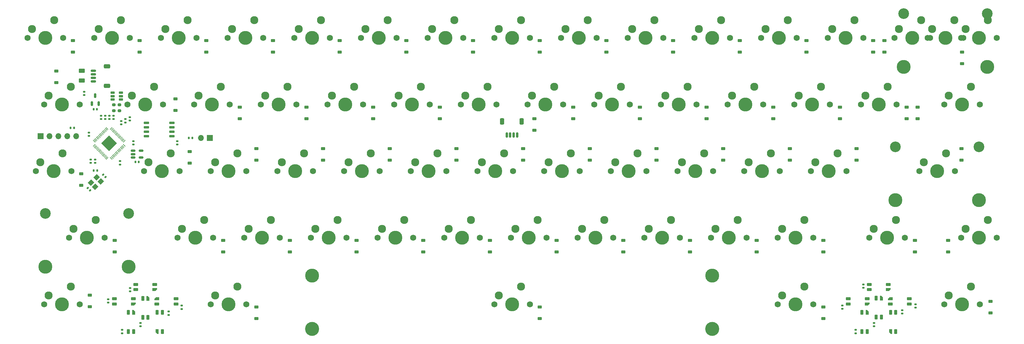
<source format=gbs>
%TF.GenerationSoftware,KiCad,Pcbnew,(7.0.0-0)*%
%TF.CreationDate,2023-06-04T17:02:28-07:00*%
%TF.ProjectId,popstar_plateless,706f7073-7461-4725-9f70-6c6174656c65,rev?*%
%TF.SameCoordinates,Original*%
%TF.FileFunction,Soldermask,Bot*%
%TF.FilePolarity,Negative*%
%FSLAX46Y46*%
G04 Gerber Fmt 4.6, Leading zero omitted, Abs format (unit mm)*
G04 Created by KiCad (PCBNEW (7.0.0-0)) date 2023-06-04 17:02:28*
%MOMM*%
%LPD*%
G01*
G04 APERTURE LIST*
G04 Aperture macros list*
%AMRoundRect*
0 Rectangle with rounded corners*
0 $1 Rounding radius*
0 $2 $3 $4 $5 $6 $7 $8 $9 X,Y pos of 4 corners*
0 Add a 4 corners polygon primitive as box body*
4,1,4,$2,$3,$4,$5,$6,$7,$8,$9,$2,$3,0*
0 Add four circle primitives for the rounded corners*
1,1,$1+$1,$2,$3*
1,1,$1+$1,$4,$5*
1,1,$1+$1,$6,$7*
1,1,$1+$1,$8,$9*
0 Add four rect primitives between the rounded corners*
20,1,$1+$1,$2,$3,$4,$5,0*
20,1,$1+$1,$4,$5,$6,$7,0*
20,1,$1+$1,$6,$7,$8,$9,0*
20,1,$1+$1,$8,$9,$2,$3,0*%
%AMRotRect*
0 Rectangle, with rotation*
0 The origin of the aperture is its center*
0 $1 length*
0 $2 width*
0 $3 Rotation angle, in degrees counterclockwise*
0 Add horizontal line*
21,1,$1,$2,0,0,$3*%
%AMFreePoly0*
4,1,18,-0.410000,0.593000,-0.403758,0.624380,-0.385983,0.650983,-0.359380,0.668758,-0.328000,0.675000,0.328000,0.675000,0.359380,0.668758,0.385983,0.650983,0.403758,0.624380,0.410000,0.593000,0.410000,-0.593000,0.403758,-0.624380,0.385983,-0.650983,0.359380,-0.668758,0.328000,-0.675000,0.000000,-0.675000,-0.410000,-0.265000,-0.410000,0.593000,-0.410000,0.593000,$1*%
G04 Aperture macros list end*
%ADD10C,1.750000*%
%ADD11C,3.987800*%
%ADD12C,2.300000*%
%ADD13C,3.048000*%
%ADD14C,4.000000*%
%ADD15RoundRect,0.140000X0.170000X-0.140000X0.170000X0.140000X-0.170000X0.140000X-0.170000X-0.140000X0*%
%ADD16RoundRect,0.140000X0.219203X0.021213X0.021213X0.219203X-0.219203X-0.021213X-0.021213X-0.219203X0*%
%ADD17R,1.700000X1.700000*%
%ADD18O,1.700000X1.700000*%
%ADD19RoundRect,0.225000X0.375000X-0.225000X0.375000X0.225000X-0.375000X0.225000X-0.375000X-0.225000X0*%
%ADD20RoundRect,0.150000X-0.650000X-0.150000X0.650000X-0.150000X0.650000X0.150000X-0.650000X0.150000X0*%
%ADD21RoundRect,0.200000X-0.275000X0.200000X-0.275000X-0.200000X0.275000X-0.200000X0.275000X0.200000X0*%
%ADD22RoundRect,0.150000X-0.150000X-0.625000X0.150000X-0.625000X0.150000X0.625000X-0.150000X0.625000X0*%
%ADD23RoundRect,0.250000X-0.350000X-0.650000X0.350000X-0.650000X0.350000X0.650000X-0.350000X0.650000X0*%
%ADD24RoundRect,0.140000X-0.170000X0.140000X-0.170000X-0.140000X0.170000X-0.140000X0.170000X0.140000X0*%
%ADD25RoundRect,0.050000X0.309359X-0.238649X-0.238649X0.309359X-0.309359X0.238649X0.238649X-0.309359X0*%
%ADD26RoundRect,0.050000X0.309359X0.238649X0.238649X0.309359X-0.309359X-0.238649X-0.238649X-0.309359X0*%
%ADD27RoundRect,0.144000X2.059095X0.000000X0.000000X2.059095X-2.059095X0.000000X0.000000X-2.059095X0*%
%ADD28RoundRect,0.150000X0.150000X-0.512500X0.150000X0.512500X-0.150000X0.512500X-0.150000X-0.512500X0*%
%ADD29RoundRect,0.082000X0.593000X-0.328000X0.593000X0.328000X-0.593000X0.328000X-0.593000X-0.328000X0*%
%ADD30FreePoly0,90.000000*%
%ADD31RoundRect,0.250000X-0.625000X0.375000X-0.625000X-0.375000X0.625000X-0.375000X0.625000X0.375000X0*%
%ADD32RoundRect,0.135000X-0.135000X-0.185000X0.135000X-0.185000X0.135000X0.185000X-0.135000X0.185000X0*%
%ADD33RoundRect,0.150000X-0.625000X0.150000X-0.625000X-0.150000X0.625000X-0.150000X0.625000X0.150000X0*%
%ADD34RoundRect,0.250000X-0.650000X0.350000X-0.650000X-0.350000X0.650000X-0.350000X0.650000X0.350000X0*%
%ADD35RoundRect,0.082000X-0.328000X-0.593000X0.328000X-0.593000X0.328000X0.593000X-0.328000X0.593000X0*%
%ADD36FreePoly0,0.000000*%
%ADD37RoundRect,0.082000X-0.593000X0.328000X-0.593000X-0.328000X0.593000X-0.328000X0.593000X0.328000X0*%
%ADD38FreePoly0,270.000000*%
%ADD39RoundRect,0.140000X-0.140000X-0.170000X0.140000X-0.170000X0.140000X0.170000X-0.140000X0.170000X0*%
%ADD40RoundRect,0.082000X0.328000X0.593000X-0.328000X0.593000X-0.328000X-0.593000X0.328000X-0.593000X0*%
%ADD41FreePoly0,180.000000*%
%ADD42RotRect,1.400000X1.200000X45.000000*%
%ADD43RoundRect,0.140000X0.140000X0.170000X-0.140000X0.170000X-0.140000X-0.170000X0.140000X-0.170000X0*%
%ADD44RoundRect,0.140000X-0.219203X-0.021213X-0.021213X-0.219203X0.219203X0.021213X0.021213X0.219203X0*%
%ADD45RoundRect,0.135000X0.135000X0.185000X-0.135000X0.185000X-0.135000X-0.185000X0.135000X-0.185000X0*%
%ADD46RoundRect,0.150000X0.475000X0.150000X-0.475000X0.150000X-0.475000X-0.150000X0.475000X-0.150000X0*%
%ADD47RoundRect,0.150000X-0.512500X-0.150000X0.512500X-0.150000X0.512500X0.150000X-0.512500X0.150000X0*%
G04 APERTURE END LIST*
D10*
%TO.C,SW15*%
X293370000Y-41275000D03*
D11*
X298450000Y-41275000D03*
D10*
X303530000Y-41275000D03*
D12*
X294640000Y-38735000D03*
X300990000Y-36195000D03*
%TD*%
D10*
%TO.C,SW22*%
X140970000Y-60325000D03*
D11*
X146050000Y-60325000D03*
D10*
X151130000Y-60325000D03*
D12*
X142240000Y-57785000D03*
X148590000Y-55245000D03*
%TD*%
D13*
%TO.C,S1*%
X286543750Y-34290000D03*
D11*
X286543750Y-49530000D03*
D13*
X310356250Y-34290000D03*
D11*
X310356250Y-49530000D03*
%TD*%
D10*
%TO.C,SW55*%
X302895000Y-98425000D03*
D11*
X307975000Y-98425000D03*
D10*
X313055000Y-98425000D03*
D12*
X304165000Y-95885000D03*
X310515000Y-93345000D03*
%TD*%
D10*
%TO.C,SW29*%
X274320000Y-60325000D03*
D11*
X279400000Y-60325000D03*
D10*
X284480000Y-60325000D03*
D12*
X275590000Y-57785000D03*
X281940000Y-55245000D03*
%TD*%
D10*
%TO.C,SW33*%
X107632500Y-79375000D03*
D11*
X112712500Y-79375000D03*
D10*
X117792500Y-79375000D03*
D12*
X108902500Y-76835000D03*
X115252500Y-74295000D03*
%TD*%
D10*
%TO.C,SW25*%
X198120000Y-60325000D03*
D11*
X203200000Y-60325000D03*
D10*
X208280000Y-60325000D03*
D12*
X199390000Y-57785000D03*
X205740000Y-55245000D03*
%TD*%
D10*
%TO.C,SW53*%
X250507500Y-98425000D03*
D11*
X255587500Y-98425000D03*
D10*
X260667500Y-98425000D03*
D12*
X251777500Y-95885000D03*
X258127500Y-93345000D03*
%TD*%
D10*
%TO.C,SW17*%
X40957500Y-60325000D03*
D11*
X46037500Y-60325000D03*
D10*
X51117500Y-60325000D03*
D12*
X42227500Y-57785000D03*
X48577500Y-55245000D03*
%TD*%
D10*
%TO.C,SW41*%
X260032500Y-79375000D03*
D11*
X265112500Y-79375000D03*
D10*
X270192500Y-79375000D03*
D12*
X261302500Y-76835000D03*
X267652500Y-74295000D03*
%TD*%
D13*
%TO.C,S2*%
X284162500Y-72390000D03*
D11*
X284162500Y-87630000D03*
D13*
X307975000Y-72390000D03*
D11*
X307975000Y-87630000D03*
%TD*%
D10*
%TO.C,SW36*%
X164782500Y-79375000D03*
D11*
X169862500Y-79375000D03*
D10*
X174942500Y-79375000D03*
D12*
X166052500Y-76835000D03*
X172402500Y-74295000D03*
%TD*%
D10*
%TO.C,SW47*%
X136207500Y-98425000D03*
D11*
X141287500Y-98425000D03*
D10*
X146367500Y-98425000D03*
D12*
X137477500Y-95885000D03*
X143827500Y-93345000D03*
%TD*%
D10*
%TO.C,SW11*%
X207645000Y-41275000D03*
D11*
X212725000Y-41275000D03*
D10*
X217805000Y-41275000D03*
D12*
X208915000Y-38735000D03*
X215265000Y-36195000D03*
%TD*%
D10*
%TO.C,SW45*%
X98107500Y-98425000D03*
D11*
X103187500Y-98425000D03*
D10*
X108267500Y-98425000D03*
D12*
X99377500Y-95885000D03*
X105727500Y-93345000D03*
%TD*%
D10*
%TO.C,SW57*%
X88582500Y-117475000D03*
D11*
X93662500Y-117475000D03*
D10*
X98742500Y-117475000D03*
D12*
X89852500Y-114935000D03*
X96202500Y-112395000D03*
%TD*%
D10*
%TO.C,SW56*%
X40957500Y-117475000D03*
D11*
X46037500Y-117475000D03*
D10*
X51117500Y-117475000D03*
D12*
X42227500Y-114935000D03*
X48577500Y-112395000D03*
%TD*%
D10*
%TO.C,SW24*%
X179070000Y-60325000D03*
D11*
X184150000Y-60325000D03*
D10*
X189230000Y-60325000D03*
D12*
X180340000Y-57785000D03*
X186690000Y-55245000D03*
%TD*%
D10*
%TO.C,SW59*%
X250507500Y-117475000D03*
D11*
X255587500Y-117475000D03*
D10*
X260667500Y-117475000D03*
D12*
X251777500Y-114935000D03*
X258127500Y-112395000D03*
%TD*%
D10*
%TO.C,SW7*%
X131445000Y-41275000D03*
D11*
X136525000Y-41275000D03*
D10*
X141605000Y-41275000D03*
D12*
X132715000Y-38735000D03*
X139065000Y-36195000D03*
%TD*%
D10*
%TO.C,SW20*%
X102870000Y-60325000D03*
D11*
X107950000Y-60325000D03*
D10*
X113030000Y-60325000D03*
D12*
X104140000Y-57785000D03*
X110490000Y-55245000D03*
%TD*%
D10*
%TO.C,SW2*%
X36195000Y-41275000D03*
D11*
X41275000Y-41275000D03*
D10*
X46355000Y-41275000D03*
D12*
X37465000Y-38735000D03*
X43815000Y-36195000D03*
%TD*%
D10*
%TO.C,SW31*%
X69532500Y-79375000D03*
D11*
X74612500Y-79375000D03*
D10*
X79692500Y-79375000D03*
D12*
X70802500Y-76835000D03*
X77152500Y-74295000D03*
%TD*%
D10*
%TO.C,SW27*%
X236220000Y-60325000D03*
D11*
X241300000Y-60325000D03*
D10*
X246380000Y-60325000D03*
D12*
X237490000Y-57785000D03*
X243840000Y-55245000D03*
%TD*%
D10*
%TO.C,SW32*%
X88582500Y-79375000D03*
D11*
X93662500Y-79375000D03*
D10*
X98742500Y-79375000D03*
D12*
X89852500Y-76835000D03*
X96202500Y-74295000D03*
%TD*%
D10*
%TO.C,SW34*%
X126682500Y-79375000D03*
D11*
X131762500Y-79375000D03*
D10*
X136842500Y-79375000D03*
D12*
X127952500Y-76835000D03*
X134302500Y-74295000D03*
%TD*%
D10*
%TO.C,SW37*%
X183832500Y-79375000D03*
D11*
X188912500Y-79375000D03*
D10*
X193992500Y-79375000D03*
D12*
X185102500Y-76835000D03*
X191452500Y-74295000D03*
%TD*%
D10*
%TO.C,SW10*%
X188595000Y-41275000D03*
D11*
X193675000Y-41275000D03*
D10*
X198755000Y-41275000D03*
D12*
X189865000Y-38735000D03*
X196215000Y-36195000D03*
%TD*%
D10*
%TO.C,SW21*%
X121920000Y-60325000D03*
D11*
X127000000Y-60325000D03*
D10*
X132080000Y-60325000D03*
D12*
X123190000Y-57785000D03*
X129540000Y-55245000D03*
%TD*%
D10*
%TO.C,SW3*%
X55245000Y-41275000D03*
D11*
X60325000Y-41275000D03*
D10*
X65405000Y-41275000D03*
D12*
X56515000Y-38735000D03*
X62865000Y-36195000D03*
%TD*%
D10*
%TO.C,SW38*%
X202882500Y-79375000D03*
D11*
X207962500Y-79375000D03*
D10*
X213042500Y-79375000D03*
D12*
X204152500Y-76835000D03*
X210502500Y-74295000D03*
%TD*%
D10*
%TO.C,SW50*%
X193357500Y-98425000D03*
D11*
X198437500Y-98425000D03*
D10*
X203517500Y-98425000D03*
D12*
X194627500Y-95885000D03*
X200977500Y-93345000D03*
%TD*%
D10*
%TO.C,SW52*%
X231457500Y-98425000D03*
D11*
X236537500Y-98425000D03*
D10*
X241617500Y-98425000D03*
D12*
X232727500Y-95885000D03*
X239077500Y-93345000D03*
%TD*%
D10*
%TO.C,SW13*%
X245745000Y-41275000D03*
D11*
X250825000Y-41275000D03*
D10*
X255905000Y-41275000D03*
D12*
X247015000Y-38735000D03*
X253365000Y-36195000D03*
%TD*%
D10*
%TO.C,SW35*%
X145732500Y-79375000D03*
D11*
X150812500Y-79375000D03*
D10*
X155892500Y-79375000D03*
D12*
X147002500Y-76835000D03*
X153352500Y-74295000D03*
%TD*%
D10*
%TO.C,SW39*%
X221932500Y-79375000D03*
D11*
X227012500Y-79375000D03*
D10*
X232092500Y-79375000D03*
D12*
X223202500Y-76835000D03*
X229552500Y-74295000D03*
%TD*%
D10*
%TO.C,SW23*%
X160020000Y-60325000D03*
D11*
X165100000Y-60325000D03*
D10*
X170180000Y-60325000D03*
D12*
X161290000Y-57785000D03*
X167640000Y-55245000D03*
%TD*%
D10*
%TO.C,SW51*%
X212407500Y-98425000D03*
D11*
X217487500Y-98425000D03*
D10*
X222567500Y-98425000D03*
D12*
X213677500Y-95885000D03*
X220027500Y-93345000D03*
%TD*%
D10*
%TO.C,SW43*%
X48101250Y-98425000D03*
D11*
X53181250Y-98425000D03*
D10*
X58261250Y-98425000D03*
D12*
X49371250Y-95885000D03*
X55721250Y-93345000D03*
%TD*%
D10*
%TO.C,SW61*%
X302895000Y-41275000D03*
D11*
X307975000Y-41275000D03*
D10*
X313055000Y-41275000D03*
D12*
X304165000Y-38735000D03*
X310515000Y-36195000D03*
%TD*%
D10*
%TO.C,SW44*%
X79057500Y-98425000D03*
D11*
X84137500Y-98425000D03*
D10*
X89217500Y-98425000D03*
D12*
X80327500Y-95885000D03*
X86677500Y-93345000D03*
%TD*%
D10*
%TO.C,SW58*%
X169545000Y-117475000D03*
D11*
X174625000Y-117475000D03*
D10*
X179705000Y-117475000D03*
D12*
X170815000Y-114935000D03*
X177165000Y-112395000D03*
%TD*%
D14*
%TO.C,S3*%
X231775000Y-124460000D03*
D11*
X231775000Y-109220000D03*
D14*
X117475000Y-124460000D03*
D11*
X117475000Y-109220000D03*
%TD*%
D10*
%TO.C,SW18*%
X64770000Y-60325000D03*
D11*
X69850000Y-60325000D03*
D10*
X74930000Y-60325000D03*
D12*
X66040000Y-57785000D03*
X72390000Y-55245000D03*
%TD*%
D10*
%TO.C,SW5*%
X93345000Y-41275000D03*
D11*
X98425000Y-41275000D03*
D10*
X103505000Y-41275000D03*
D12*
X94615000Y-38735000D03*
X100965000Y-36195000D03*
%TD*%
D10*
%TO.C,SW6*%
X112395000Y-41275000D03*
D11*
X117475000Y-41275000D03*
D10*
X122555000Y-41275000D03*
D12*
X113665000Y-38735000D03*
X120015000Y-36195000D03*
%TD*%
D10*
%TO.C,SW28*%
X255270000Y-60325000D03*
D11*
X260350000Y-60325000D03*
D10*
X265430000Y-60325000D03*
D12*
X256540000Y-57785000D03*
X262890000Y-55245000D03*
%TD*%
D10*
%TO.C,SW48*%
X155257500Y-98425000D03*
D11*
X160337500Y-98425000D03*
D10*
X165417500Y-98425000D03*
D12*
X156527500Y-95885000D03*
X162877500Y-93345000D03*
%TD*%
D10*
%TO.C,SW60*%
X298132500Y-117475000D03*
D11*
X303212500Y-117475000D03*
D10*
X308292500Y-117475000D03*
D12*
X299402500Y-114935000D03*
X305752500Y-112395000D03*
%TD*%
D10*
%TO.C,SW49*%
X174307500Y-98425000D03*
D11*
X179387500Y-98425000D03*
D10*
X184467500Y-98425000D03*
D12*
X175577500Y-95885000D03*
X181927500Y-93345000D03*
%TD*%
%TO.C,SW30*%
X46196250Y-74295000D03*
X39846250Y-76835000D03*
D10*
X48736250Y-79375000D03*
D11*
X43656250Y-79375000D03*
D10*
X38576250Y-79375000D03*
%TD*%
%TO.C,SW26*%
X217170000Y-60325000D03*
D11*
X222250000Y-60325000D03*
D10*
X227330000Y-60325000D03*
D12*
X218440000Y-57785000D03*
X224790000Y-55245000D03*
%TD*%
D10*
%TO.C,SW62*%
X298132500Y-60325000D03*
D11*
X303212500Y-60325000D03*
D10*
X308292500Y-60325000D03*
D12*
X299402500Y-57785000D03*
X305752500Y-55245000D03*
%TD*%
D10*
%TO.C,SW16*%
X283845000Y-41275000D03*
D11*
X288925000Y-41275000D03*
D10*
X294005000Y-41275000D03*
D12*
X285115000Y-38735000D03*
X291465000Y-36195000D03*
%TD*%
D10*
%TO.C,SW14*%
X264795000Y-41275000D03*
D11*
X269875000Y-41275000D03*
D10*
X274955000Y-41275000D03*
D12*
X266065000Y-38735000D03*
X272415000Y-36195000D03*
%TD*%
D10*
%TO.C,SW46*%
X117157500Y-98425000D03*
D11*
X122237500Y-98425000D03*
D10*
X127317500Y-98425000D03*
D12*
X118427500Y-95885000D03*
X124777500Y-93345000D03*
%TD*%
D10*
%TO.C,SW40*%
X240982500Y-79375000D03*
D11*
X246062500Y-79375000D03*
D10*
X251142500Y-79375000D03*
D12*
X242252500Y-76835000D03*
X248602500Y-74295000D03*
%TD*%
D13*
%TO.C,S4*%
X41275000Y-91440000D03*
D11*
X41275000Y-106680000D03*
D13*
X65087500Y-91440000D03*
D11*
X65087500Y-106680000D03*
%TD*%
D10*
%TO.C,SW12*%
X226695000Y-41275000D03*
D11*
X231775000Y-41275000D03*
D10*
X236855000Y-41275000D03*
D12*
X227965000Y-38735000D03*
X234315000Y-36195000D03*
%TD*%
D10*
%TO.C,SW9*%
X169545000Y-41275000D03*
D11*
X174625000Y-41275000D03*
D10*
X179705000Y-41275000D03*
D12*
X170815000Y-38735000D03*
X177165000Y-36195000D03*
%TD*%
D10*
%TO.C,SW19*%
X83820000Y-60325000D03*
D11*
X88900000Y-60325000D03*
D10*
X93980000Y-60325000D03*
D12*
X85090000Y-57785000D03*
X91440000Y-55245000D03*
%TD*%
D10*
%TO.C,SW42*%
X290988750Y-79375000D03*
D11*
X296068750Y-79375000D03*
D10*
X301148750Y-79375000D03*
D12*
X292258750Y-76835000D03*
X298608750Y-74295000D03*
%TD*%
D10*
%TO.C,SW4*%
X74295000Y-41275000D03*
D11*
X79375000Y-41275000D03*
D10*
X84455000Y-41275000D03*
D12*
X75565000Y-38735000D03*
X81915000Y-36195000D03*
%TD*%
D10*
%TO.C,SW8*%
X150495000Y-41275000D03*
D11*
X155575000Y-41275000D03*
D10*
X160655000Y-41275000D03*
D12*
X151765000Y-38735000D03*
X158115000Y-36195000D03*
%TD*%
D10*
%TO.C,SW54*%
X276701250Y-98425000D03*
D11*
X281781250Y-98425000D03*
D10*
X286861250Y-98425000D03*
D12*
X277971250Y-95885000D03*
X284321250Y-93345000D03*
%TD*%
D15*
%TO.C,C4*%
X57200000Y-64480000D03*
X57200000Y-63520000D03*
%TD*%
D16*
%TO.C,C14*%
X54057411Y-84871411D03*
X53378589Y-84192589D03*
%TD*%
D17*
%TO.C,J2*%
X39919999Y-69341999D03*
D18*
X42459999Y-69341999D03*
X44999999Y-69341999D03*
X47539999Y-69341999D03*
X50079999Y-69341999D03*
%TD*%
D19*
%TO.C,D60*%
X206375000Y-102456250D03*
X206375000Y-99156250D03*
%TD*%
%TO.C,D53*%
X61118750Y-102456250D03*
X61118750Y-99156250D03*
%TD*%
D20*
%TO.C,U4*%
X70218750Y-69373750D03*
X70218750Y-68103750D03*
X70218750Y-66833750D03*
X70218750Y-65563750D03*
X77418750Y-65563750D03*
X77418750Y-66833750D03*
X77418750Y-68103750D03*
X77418750Y-69373750D03*
%TD*%
D19*
%TO.C,D28*%
X78500000Y-61975000D03*
X78500000Y-58675000D03*
%TD*%
%TO.C,D34*%
X192087500Y-64356250D03*
X192087500Y-61056250D03*
%TD*%
%TO.C,D19*%
X163512500Y-45306250D03*
X163512500Y-42006250D03*
%TD*%
%TO.C,D26*%
X280987500Y-45306250D03*
X280987500Y-42006250D03*
%TD*%
%TO.C,D18*%
X144462500Y-45306250D03*
X144462500Y-42006250D03*
%TD*%
D21*
%TO.C,R2*%
X62484000Y-60425000D03*
X62484000Y-62075000D03*
%TD*%
D22*
%TO.C,J1*%
X173100000Y-69000000D03*
X174100000Y-69000000D03*
X175100000Y-69000000D03*
X176100000Y-69000000D03*
D23*
X171800000Y-65125000D03*
X177400000Y-65125000D03*
%TD*%
D19*
%TO.C,D22*%
X220662500Y-45306250D03*
X220662500Y-42006250D03*
%TD*%
D24*
%TO.C,C23*%
X80250000Y-117820000D03*
X80250000Y-118780000D03*
%TD*%
D19*
%TO.C,D72*%
X290512500Y-64356250D03*
X290512500Y-61056250D03*
%TD*%
%TO.C,D51*%
X273050000Y-76262500D03*
X273050000Y-72962500D03*
%TD*%
%TO.C,D31*%
X134937500Y-64356250D03*
X134937500Y-61056250D03*
%TD*%
%TO.C,D27*%
X44450000Y-54037500D03*
X44450000Y-50737500D03*
%TD*%
%TO.C,D54*%
X92075000Y-102456250D03*
X92075000Y-99156250D03*
%TD*%
D24*
%TO.C,C5*%
X66421000Y-70767000D03*
X66421000Y-71727000D03*
%TD*%
D19*
%TO.C,D67*%
X101600000Y-121506250D03*
X101600000Y-118206250D03*
%TD*%
%TO.C,D40*%
X51593750Y-83406250D03*
X51593750Y-80106250D03*
%TD*%
%TO.C,D46*%
X177800000Y-76262500D03*
X177800000Y-72962500D03*
%TD*%
%TO.C,D42*%
X101600000Y-76262500D03*
X101600000Y-72962500D03*
%TD*%
%TO.C,D17*%
X125412500Y-45306250D03*
X125412500Y-42006250D03*
%TD*%
%TO.C,D41*%
X82550000Y-77056250D03*
X82550000Y-73756250D03*
%TD*%
%TO.C,D69*%
X263525000Y-121506250D03*
X263525000Y-118206250D03*
%TD*%
D25*
%TO.C,U6*%
X63800407Y-72029702D03*
X63517564Y-72312545D03*
X63234722Y-72595387D03*
X62951879Y-72878230D03*
X62669036Y-73161073D03*
X62386194Y-73443915D03*
X62103351Y-73726758D03*
X61820508Y-74009601D03*
X61537665Y-74292444D03*
X61254823Y-74575286D03*
X60971980Y-74858129D03*
X60689137Y-75140972D03*
X60406295Y-75423814D03*
X60123452Y-75706657D03*
D26*
X58939048Y-75706657D03*
X58656205Y-75423814D03*
X58373363Y-75140972D03*
X58090520Y-74858129D03*
X57807677Y-74575286D03*
X57524835Y-74292444D03*
X57241992Y-74009601D03*
X56959149Y-73726758D03*
X56676306Y-73443915D03*
X56393464Y-73161073D03*
X56110621Y-72878230D03*
X55827778Y-72595387D03*
X55544936Y-72312545D03*
X55262093Y-72029702D03*
D25*
X55262093Y-70845298D03*
X55544936Y-70562455D03*
X55827778Y-70279613D03*
X56110621Y-69996770D03*
X56393464Y-69713927D03*
X56676306Y-69431085D03*
X56959149Y-69148242D03*
X57241992Y-68865399D03*
X57524835Y-68582556D03*
X57807677Y-68299714D03*
X58090520Y-68016871D03*
X58373363Y-67734028D03*
X58656205Y-67451186D03*
X58939048Y-67168343D03*
D26*
X60123452Y-67168343D03*
X60406295Y-67451186D03*
X60689137Y-67734028D03*
X60971980Y-68016871D03*
X61254823Y-68299714D03*
X61537665Y-68582556D03*
X61820508Y-68865399D03*
X62103351Y-69148242D03*
X62386194Y-69431085D03*
X62669036Y-69713927D03*
X62951879Y-69996770D03*
X63234722Y-70279613D03*
X63517564Y-70562455D03*
X63800407Y-70845298D03*
D27*
X59531250Y-71437500D03*
%TD*%
D19*
%TO.C,D37*%
X249237500Y-64356250D03*
X249237500Y-61056250D03*
%TD*%
%TO.C,D15*%
X87312500Y-45306250D03*
X87312500Y-42006250D03*
%TD*%
D15*
%TO.C,C10*%
X59600000Y-64480000D03*
X59600000Y-63520000D03*
%TD*%
D19*
%TO.C,D35*%
X211137500Y-64356250D03*
X211137500Y-61056250D03*
%TD*%
D28*
%TO.C,U2*%
X56512500Y-60065500D03*
X54612500Y-60065500D03*
X55562500Y-57790500D03*
%TD*%
D19*
%TO.C,D44*%
X139700000Y-76262500D03*
X139700000Y-72962500D03*
%TD*%
D24*
%TO.C,C25*%
X269000000Y-117770000D03*
X269000000Y-118730000D03*
%TD*%
D15*
%TO.C,C11*%
X62992000Y-66012000D03*
X62992000Y-65052000D03*
%TD*%
D19*
%TO.C,D56*%
X130175000Y-102456250D03*
X130175000Y-99156250D03*
%TD*%
D29*
%TO.C,D12*%
X276675000Y-111750000D03*
X276675000Y-113250000D03*
X282125000Y-111750000D03*
D30*
X282124999Y-113249999D03*
%TD*%
D29*
%TO.C,D1*%
X67125000Y-111750000D03*
X67125000Y-113250000D03*
X72575000Y-111750000D03*
D30*
X72574999Y-113249999D03*
%TD*%
D19*
%TO.C,D30*%
X115887500Y-64356250D03*
X115887500Y-61056250D03*
%TD*%
%TO.C,D49*%
X234950000Y-76262500D03*
X234950000Y-72962500D03*
%TD*%
D29*
%TO.C,D2*%
X61025000Y-115850000D03*
X61025000Y-117350000D03*
X66475000Y-115850000D03*
D30*
X66474999Y-117349999D03*
%TD*%
D19*
%TO.C,D43*%
X120650000Y-76262500D03*
X120650000Y-72962500D03*
%TD*%
%TO.C,D58*%
X168275000Y-102456250D03*
X168275000Y-99156250D03*
%TD*%
D24*
%TO.C,C24*%
X68500000Y-122770000D03*
X68500000Y-123730000D03*
%TD*%
D15*
%TO.C,C6*%
X58400000Y-64480000D03*
X58400000Y-63520000D03*
%TD*%
D31*
%TO.C,F1*%
X51689000Y-50670000D03*
X51689000Y-53470000D03*
%TD*%
D19*
%TO.C,D63*%
X263525000Y-102456250D03*
X263525000Y-99156250D03*
%TD*%
%TO.C,D16*%
X106362500Y-45306250D03*
X106362500Y-42006250D03*
%TD*%
%TO.C,D29*%
X96837500Y-64356250D03*
X96837500Y-61056250D03*
%TD*%
D15*
%TO.C,C2*%
X60770000Y-64480000D03*
X60770000Y-63520000D03*
%TD*%
D24*
%TO.C,C19*%
X65500000Y-112770000D03*
X65500000Y-113730000D03*
%TD*%
D32*
%TO.C,R4*%
X55113000Y-79198000D03*
X56133000Y-79198000D03*
%TD*%
D19*
%TO.C,D38*%
X268287500Y-64356250D03*
X268287500Y-61056250D03*
%TD*%
D24*
%TO.C,C20*%
X59250000Y-116020000D03*
X59250000Y-116980000D03*
%TD*%
D33*
%TO.C,J1*%
X55023000Y-50697000D03*
X55023000Y-51697000D03*
X55023000Y-52697000D03*
X55023000Y-53697000D03*
D34*
X58898000Y-49397000D03*
X58898000Y-54997000D03*
%TD*%
D19*
%TO.C,D55*%
X111125000Y-102456250D03*
X111125000Y-99156250D03*
%TD*%
%TO.C,D68*%
X182562500Y-121506250D03*
X182562500Y-118206250D03*
%TD*%
%TO.C,D62*%
X244475000Y-102456250D03*
X244475000Y-99156250D03*
%TD*%
D24*
%TO.C,C27*%
X286100000Y-119120000D03*
X286100000Y-120080000D03*
%TD*%
%TO.C,C3*%
X54229000Y-76033750D03*
X54229000Y-76993750D03*
%TD*%
D19*
%TO.C,D47*%
X196850000Y-76262500D03*
X196850000Y-72962500D03*
%TD*%
%TO.C,D21*%
X201612500Y-45306250D03*
X201612500Y-42006250D03*
%TD*%
D24*
%TO.C,C12*%
X62611000Y-76520000D03*
X62611000Y-77480000D03*
%TD*%
D15*
%TO.C,C1*%
X65405000Y-64869000D03*
X65405000Y-63909000D03*
%TD*%
D35*
%TO.C,D4*%
X74750000Y-119775000D03*
X73250000Y-119775000D03*
X74750000Y-125225000D03*
D36*
X73249999Y-125224999D03*
%TD*%
D37*
%TO.C,D5*%
X78625000Y-117350000D03*
X78625000Y-115850000D03*
X73175000Y-117350000D03*
D38*
X73174999Y-115849999D03*
%TD*%
D39*
%TO.C,C16*%
X55082500Y-61690250D03*
X56042500Y-61690250D03*
%TD*%
D40*
%TO.C,D8*%
X274550000Y-125225000D03*
X276050000Y-125225000D03*
X274550000Y-119775000D03*
D41*
X276049999Y-119774999D03*
%TD*%
D19*
%TO.C,D39*%
X287337500Y-64356250D03*
X287337500Y-61056250D03*
%TD*%
%TO.C,D45*%
X158750000Y-76262500D03*
X158750000Y-72962500D03*
%TD*%
%TO.C,D70*%
X311300000Y-119950000D03*
X311300000Y-116650000D03*
%TD*%
D24*
%TO.C,C26*%
X272750000Y-124770000D03*
X272750000Y-125730000D03*
%TD*%
D29*
%TO.C,D7*%
X270675000Y-115850000D03*
X270675000Y-117350000D03*
X276125000Y-115850000D03*
D30*
X276124999Y-117349999D03*
%TD*%
D15*
%TO.C,C8*%
X53721000Y-69314000D03*
X53721000Y-68354000D03*
%TD*%
D19*
%TO.C,D61*%
X225425000Y-102456250D03*
X225425000Y-99156250D03*
%TD*%
%TO.C,D32*%
X153987500Y-64356250D03*
X153987500Y-61056250D03*
%TD*%
D24*
%TO.C,C15*%
X52387500Y-56670000D03*
X52387500Y-57630000D03*
%TD*%
D19*
%TO.C,D13*%
X49212500Y-45306250D03*
X49212500Y-42006250D03*
%TD*%
%TO.C,D64*%
X289718750Y-102456250D03*
X289718750Y-99156250D03*
%TD*%
D42*
%TO.C,Y1*%
X54371141Y-82676776D03*
X55926776Y-81121141D03*
X57128857Y-82323222D03*
X55573222Y-83878857D03*
%TD*%
D43*
%TO.C,C18*%
X67980000Y-76750000D03*
X67020000Y-76750000D03*
%TD*%
D44*
%TO.C,C13*%
X57823589Y-80382589D03*
X58502411Y-81061411D03*
%TD*%
D40*
%TO.C,D11*%
X278650000Y-121125000D03*
X280150000Y-121125000D03*
X278650000Y-115675000D03*
D41*
X280149999Y-115674999D03*
%TD*%
D24*
%TO.C,C21*%
X63250000Y-124770000D03*
X63250000Y-125730000D03*
%TD*%
D19*
%TO.C,D57*%
X149225000Y-102456250D03*
X149225000Y-99156250D03*
%TD*%
%TO.C,D36*%
X230187500Y-64356250D03*
X230187500Y-61056250D03*
%TD*%
D17*
%TO.C,SW1*%
X88336249Y-69874999D03*
D18*
X85796249Y-69874999D03*
%TD*%
D19*
%TO.C,D33*%
X181000000Y-67650000D03*
X181000000Y-64350000D03*
%TD*%
%TO.C,D14*%
X68262500Y-45306250D03*
X68262500Y-42006250D03*
%TD*%
%TO.C,D50*%
X254000000Y-76262500D03*
X254000000Y-72962500D03*
%TD*%
D24*
%TO.C,C22*%
X76500000Y-119520000D03*
X76500000Y-120480000D03*
%TD*%
D19*
%TO.C,D59*%
X187325000Y-102456250D03*
X187325000Y-99156250D03*
%TD*%
D40*
%TO.C,D3*%
X65000000Y-125225000D03*
X66500000Y-125225000D03*
X65000000Y-119775000D03*
D41*
X66499999Y-119774999D03*
%TD*%
D19*
%TO.C,D65*%
X299243750Y-102456250D03*
X299243750Y-99156250D03*
%TD*%
D37*
%TO.C,D10*%
X288125000Y-117350000D03*
X288125000Y-115850000D03*
X282675000Y-117350000D03*
D38*
X282674999Y-115849999D03*
%TD*%
D24*
%TO.C,C9*%
X55499000Y-76033750D03*
X55499000Y-76993750D03*
%TD*%
D19*
%TO.C,D52*%
X303000000Y-76262500D03*
X303000000Y-72962500D03*
%TD*%
%TO.C,D24*%
X258762500Y-45306250D03*
X258762500Y-42006250D03*
%TD*%
%TO.C,D71*%
X303212500Y-48650000D03*
X303212500Y-45350000D03*
%TD*%
D45*
%TO.C,R1*%
X49510000Y-66960750D03*
X48490000Y-66960750D03*
%TD*%
D19*
%TO.C,D25*%
X277812500Y-45306250D03*
X277812500Y-42006250D03*
%TD*%
D45*
%TO.C,R5*%
X83343750Y-69850000D03*
X82323750Y-69850000D03*
%TD*%
D24*
%TO.C,C30*%
X275000000Y-111770000D03*
X275000000Y-112730000D03*
%TD*%
D46*
%TO.C,U3*%
X62897000Y-56962000D03*
X62897000Y-57912000D03*
X62897000Y-58862000D03*
X60547000Y-58862000D03*
X60547000Y-57912000D03*
X60547000Y-56962000D03*
%TD*%
D24*
%TO.C,C17*%
X79000000Y-70770000D03*
X79000000Y-71730000D03*
%TD*%
D21*
%TO.C,R3*%
X60860000Y-60425000D03*
X60860000Y-62075000D03*
%TD*%
D19*
%TO.C,D66*%
X53975000Y-118150000D03*
X53975000Y-114850000D03*
%TD*%
%TO.C,D23*%
X239712500Y-45306250D03*
X239712500Y-42006250D03*
%TD*%
%TO.C,D20*%
X182562500Y-45306250D03*
X182562500Y-42006250D03*
%TD*%
D15*
%TO.C,C7*%
X64135000Y-65440500D03*
X64135000Y-64480500D03*
%TD*%
D24*
%TO.C,C28*%
X289900000Y-117420000D03*
X289900000Y-118380000D03*
%TD*%
%TO.C,C29*%
X278000000Y-122770000D03*
X278000000Y-123730000D03*
%TD*%
D40*
%TO.C,D6*%
X69125000Y-121225000D03*
X70625000Y-121225000D03*
X69125000Y-115775000D03*
D41*
X70624999Y-115774999D03*
%TD*%
D19*
%TO.C,D48*%
X215900000Y-76262500D03*
X215900000Y-72962500D03*
%TD*%
D47*
%TO.C,U5*%
X66362500Y-75450000D03*
X66362500Y-74500000D03*
X66362500Y-73550000D03*
X68637500Y-73550000D03*
X68637500Y-75450000D03*
%TD*%
D35*
%TO.C,D9*%
X284250000Y-119775000D03*
X282750000Y-119775000D03*
X284250000Y-125225000D03*
D36*
X282749999Y-125224999D03*
%TD*%
M02*

</source>
